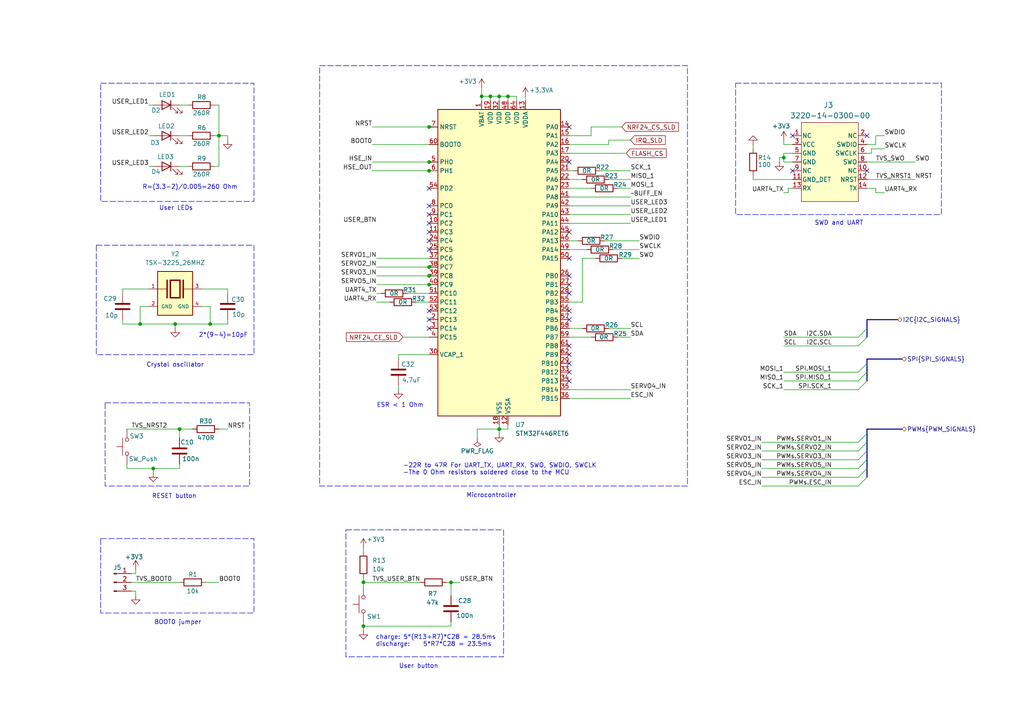
<source format=kicad_sch>
(kicad_sch (version 20250114) (generator "eeschema") (generator_version "9.0")
  (paper "A4")
  (lib_symbols
    (symbol "Connector:Conn_01x03_Pin" (pin_names (offset 1.016) (hide yes))
      (property "Reference" "J" (at 0 5.08 0))
      (property "Value" "Conn_01x03_Pin" (at 0 -5.08 0))
      (symbol "Conn_01x03_Pin_1_1"
        (rectangle (start 0.8636 2.667) (end 0 2.413) (stroke (width 0.1524)) (fill (type outline)))
        (rectangle (start 0.8636 0.127) (end 0 -0.127) (stroke (width 0.1524)) (fill (type outline)))
        (rectangle (start 0.8636 -2.413) (end 0 -2.667) (stroke (width 0.1524)) (fill (type outline)))
        (polyline (pts (xy 1.27 2.54) (xy 0.8636 2.54)) (stroke (width 0.1524)))
        (polyline (pts (xy 1.27 0) (xy 0.8636 0)) (stroke (width 0.1524)))
        (polyline (pts (xy 1.27 -2.54) (xy 0.8636 -2.54)) (stroke (width 0.1524)))
        (pin passive line (at 5.08 2.54 180) (length 3.81) (name "Pin_1") (number "1"))
        (pin passive line (at 5.08 0 180) (length 3.81) (name "Pin_2") (number "2"))
        (pin passive line (at 5.08 -2.54 180) (length 3.81) (name "Pin_3") (number "3"))
      )
    )
    (symbol "Device:C" (pin_numbers (hide yes)) (pin_names (offset 0.254))
      (property "Reference" "C" (at 0.635 2.54 0))
      (property "Value" "C" (at 0.635 -2.54 0))
      (symbol "C_0_1"
        (polyline (pts (xy -2.032 0.762) (xy 2.032 0.762)) (stroke (width 0.508)))
        (polyline (pts (xy -2.032 -0.762) (xy 2.032 -0.762)) (stroke (width 0.508)))
      )
      (symbol "C_1_1"
        (pin passive line (at 0 3.81 270) (length 2.794) (name "~") (number "1"))
        (pin passive line (at 0 -3.81 90) (length 2.794) (name "~") (number "2"))
      )
    )
    (symbol "Device:LED" (pin_numbers (hide yes)) (pin_names (offset 1.016) (hide yes))
      (property "Reference" "D" (at 0 2.54 0))
      (property "Value" "LED" (at 0 -2.54 0))
      (symbol "LED_0_1"
        (polyline (pts (xy -3.048 -0.762) (xy -4.572 -2.286) (xy -3.81 -2.286) (xy -4.572 -2.286) (xy -4.572 -1.524)))
        (polyline (pts (xy -1.778 -0.762) (xy -3.302 -2.286) (xy -2.54 -2.286) (xy -3.302 -2.286) (xy -3.302 -1.524)))
        (polyline (pts (xy -1.27 0) (xy 1.27 0)))
        (polyline (pts (xy -1.27 -1.27) (xy -1.27 1.27)) (stroke (width 0.254)))
        (polyline (pts (xy 1.27 -1.27) (xy 1.27 1.27) (xy -1.27 0) (xy 1.27 -1.27)) (stroke (width 0.254)))
      )
      (symbol "LED_1_1"
        (pin passive line (at -3.81 0 0) (length 2.54) (name "K") (number "1"))
        (pin passive line (at 3.81 0 180) (length 2.54) (name "A") (number "2"))
      )
    )
    (symbol "Device:R" (pin_numbers (hide yes)) (pin_names (offset 0))
      (property "Reference" "R" (at 2.032 0 90))
      (property "Value" "R" (at 0 0 90))
      (symbol "R_0_1"
        (rectangle (start -1.016 -2.54) (end 1.016 2.54) (stroke (width 0.254)))
      )
      (symbol "R_1_1"
        (pin passive line (at 0 3.81 270) (length 1.27) (name "~") (number "1"))
        (pin passive line (at 0 -3.81 90) (length 1.27) (name "~") (number "2"))
      )
    )
    (symbol "Switch:SW_Push" (pin_numbers (hide yes)) (pin_names (offset 1.016) (hide yes))
      (property "Reference" "SW" (at 1.27 2.54 0))
      (property "Value" "SW_Push" (at 0 -1.524 0))
      (symbol "SW_Push_0_1"
        (circle (center -2.032 0) (radius 0.508))
        (polyline (pts (xy 0 1.27) (xy 0 3.048)))
        (circle (center 2.032 0) (radius 0.508))
        (polyline (pts (xy 2.54 1.27) (xy -2.54 1.27)))
        (pin passive line (at -5.08 0 0) (length 2.54) (name "1") (number "1"))
        (pin passive line (at 5.08 0 180) (length 2.54) (name "2") (number "2"))
      )
    )
    (symbol "gambos-symbols:3220-14-0300-00" (pin_names (offset 0.254))
      (property "Reference" "J" (at 8.89 6.35 0))
      (property "Value" "3220-14-0300-00" (at 13.462 -21.336 0))
      (symbol "3220-14-0300-00_1_1"
        (rectangle (start 5.08 3.81) (end 21.59 -19.05) (fill (type color) (color 254 255 201 1)))
        (pin unspecified line (at 2.54 0 0) (length 2.54) (name "NC") (number "1"))
        (pin unspecified line (at 2.54 -2.54 0) (length 2.54) (name "VCC") (number "3"))
        (pin unspecified line (at 2.54 -5.08 0) (length 2.54) (name "GND") (number "5"))
        (pin unspecified line (at 2.54 -7.62 0) (length 2.54) (name "GND") (number "7"))
        (pin unspecified line (at 2.54 -10.16 0) (length 2.54) (name "NC") (number "9"))
        (pin unspecified line (at 2.54 -12.7 0) (length 2.54) (name "GND_DET") (number "11"))
        (pin unspecified line (at 2.54 -15.24 0) (length 2.54) (name "RX") (number "13"))
        (pin unspecified line (at 24.13 0 180) (length 2.54) (name "NC") (number "2"))
        (pin unspecified line (at 24.13 -2.54 180) (length 2.54) (name "SWDIO") (number "4"))
        (pin unspecified line (at 24.13 -5.08 180) (length 2.54) (name "SWCLK") (number "6"))
        (pin unspecified line (at 24.13 -7.62 180) (length 2.54) (name "SWO") (number "8"))
        (pin unspecified line (at 24.13 -10.16 180) (length 2.54) (name "NC") (number "10"))
        (pin unspecified line (at 24.13 -12.7 180) (length 2.54) (name "NRST") (number "12"))
        (pin unspecified line (at 24.13 -15.24 180) (length 2.54) (name "TX") (number "14"))
      )
      (symbol "3220-14-0300-00_1_2"
        (polyline (pts (xy 5.08 2.54) (xy 5.08 -35.56)) (stroke (width 0.127)))
        (polyline (pts (xy 5.08 -35.56) (xy 12.7 -35.56)) (stroke (width 0.127)))
        (polyline (pts (xy 7.62 0) (xy 5.08 0)) (stroke (width 0.127)))
        (polyline (pts (xy 7.62 0) (xy 8.89 0.8467)) (stroke (width 0.127)))
        (polyline (pts (xy 7.62 0) (xy 8.89 -0.8467)) (stroke (width 0.127)))
        (polyline (pts (xy 7.62 -2.54) (xy 5.08 -2.54)) (stroke (width 0.127)))
        (polyline (pts (xy 7.62 -2.54) (xy 8.89 -1.6933)) (stroke (width 0.127)))
        (polyline (pts (xy 7.62 -2.54) (xy 8.89 -3.3867)) (stroke (width 0.127)))
        (polyline (pts (xy 7.62 -5.08) (xy 5.08 -5.08)) (stroke (width 0.127)))
        (polyline (pts (xy 7.62 -5.08) (xy 8.89 -4.2333)) (stroke (width 0.127)))
        (polyline (pts (xy 7.62 -5.08) (xy 8.89 -5.9267)) (stroke (width 0.127)))
        (polyline (pts (xy 7.62 -7.62) (xy 5.08 -7.62)) (stroke (width 0.127)))
        (polyline (pts (xy 7.62 -7.62) (xy 8.89 -6.7733)) (stroke (width 0.127)))
        (polyline (pts (xy 7.62 -7.62) (xy 8.89 -8.4667)) (stroke (width 0.127)))
        (polyline (pts (xy 7.62 -10.16) (xy 5.08 -10.16)) (stroke (width 0.127)))
        (polyline (pts (xy 7.62 -10.16) (xy 8.89 -9.3133)) (stroke (width 0.127)))
        (polyline (pts (xy 7.62 -10.16) (xy 8.89 -11.0067)) (stroke (width 0.127)))
        (polyline (pts (xy 7.62 -12.7) (xy 5.08 -12.7)) (stroke (width 0.127)))
        (polyline (pts (xy 7.62 -12.7) (xy 8.89 -11.8533)) (stroke (width 0.127)))
        (polyline (pts (xy 7.62 -12.7) (xy 8.89 -13.5467)) (stroke (width 0.127)))
        (polyline (pts (xy 7.62 -15.24) (xy 5.08 -15.24)) (stroke (width 0.127)))
        (polyline (pts (xy 7.62 -15.24) (xy 8.89 -14.3933)) (stroke (width 0.127)))
        (polyline (pts (xy 7.62 -15.24) (xy 8.89 -16.0867)) (stroke (width 0.127)))
        (polyline (pts (xy 7.62 -17.78) (xy 5.08 -17.78)) (stroke (width 0.127)))
        (polyline (pts (xy 7.62 -17.78) (xy 8.89 -16.9333)) (stroke (width 0.127)))
        (polyline (pts (xy 7.62 -17.78) (xy 8.89 -18.6267)) (stroke (width 0.127)))
        (polyline (pts (xy 7.62 -20.32) (xy 5.08 -20.32)) (stroke (width 0.127)))
        (polyline (pts (xy 7.62 -20.32) (xy 8.89 -19.4733)) (stroke (width 0.127)))
        (polyline (pts (xy 7.62 -20.32) (xy 8.89 -21.1667)) (stroke (width 0.127)))
        (polyline (pts (xy 7.62 -22.86) (xy 5.08 -22.86)) (stroke (width 0.127)))
        (polyline (pts (xy 7.62 -22.86) (xy 8.89 -22.0133)) (stroke (width 0.127)))
        (polyline (pts (xy 7.62 -22.86) (xy 8.89 -23.7067)) (stroke (width 0.127)))
        (polyline (pts (xy 7.62 -25.4) (xy 5.08 -25.4)) (stroke (width 0.127)))
        (polyline (pts (xy 7.62 -25.4) (xy 8.89 -24.5533)) (stroke (width 0.127)))
        (polyline (pts (xy 7.62 -25.4) (xy 8.89 -26.2467)) (stroke (width 0.127)))
        (polyline (pts (xy 7.62 -27.94) (xy 5.08 -27.94)) (stroke (width 0.127)))
        (polyline (pts (xy 7.62 -27.94) (xy 8.89 -27.0933)) (stroke (width 0.127)))
        (polyline (pts (xy 7.62 -27.94) (xy 8.89 -28.7867)) (stroke (width 0.127)))
        (polyline (pts (xy 7.62 -30.48) (xy 5.08 -30.48)) (stroke (width 0.127)))
        (polyline (pts (xy 7.62 -30.48) (xy 8.89 -29.6333)) (stroke (width 0.127)))
        (polyline (pts (xy 7.62 -30.48) (xy 8.89 -31.3267)) (stroke (width 0.127)))
        (polyline (pts (xy 7.62 -33.02) (xy 5.08 -33.02)) (stroke (width 0.127)))
        (polyline (pts (xy 7.62 -33.02) (xy 8.89 -32.1733)) (stroke (width 0.127)))
        (polyline (pts (xy 7.62 -33.02) (xy 8.89 -33.8667)) (stroke (width 0.127)))
        (polyline (pts (xy 12.7 2.54) (xy 5.08 2.54)) (stroke (width 0.127)))
        (polyline (pts (xy 12.7 -35.56) (xy 12.7 2.54)) (stroke (width 0.127)))
        (pin unspecified line (at 0 0 0) (length 5.08) (name "1") (number "1"))
        (pin unspecified line (at 0 -2.54 0) (length 5.08) (name "2") (number "2"))
        (pin unspecified line (at 0 -5.08 0) (length 5.08) (name "3") (number "3"))
        (pin unspecified line (at 0 -7.62 0) (length 5.08) (name "4") (number "4"))
        (pin unspecified line (at 0 -10.16 0) (length 5.08) (name "5") (number "5"))
        (pin unspecified line (at 0 -12.7 0) (length 5.08) (name "6") (number "6"))
        (pin unspecified line (at 0 -15.24 0) (length 5.08) (name "7") (number "7"))
        (pin unspecified line (at 0 -17.78 0) (length 5.08) (name "8") (number "8"))
        (pin unspecified line (at 0 -20.32 0) (length 5.08) (name "9") (number "9"))
        (pin unspecified line (at 0 -22.86 0) (length 5.08) (name "10") (number "10"))
        (pin unspecified line (at 0 -25.4 0) (length 5.08) (name "11") (number "11"))
        (pin unspecified line (at 0 -27.94 0) (length 5.08) (name "12") (number "12"))
        (pin unspecified line (at 0 -30.48 0) (length 5.08) (name "13") (number "13"))
        (pin unspecified line (at 0 -33.02 0) (length 5.08) (name "14") (number "14"))
      )
    )
    (symbol "gambos-symbols:STM32F446RET6"
      (property "Reference" "U" (at -17.78 46.99 0))
      (property "Value" "STM32F446RET6" (at 10.16 46.99 0))
      (symbol "STM32F446RET6_0_1"
        (rectangle (start -17.78 45.72) (end 17.78 -43.18) (stroke (width 0.254)) (fill (type background)))
      )
      (symbol "STM32F446RET6_1_1"
        (pin input line (at -20.32 40.64 0) (length 2.54) (name "NRST") (number "7"))
        (pin input line (at -20.32 35.56 0) (length 2.54) (name "BOOT0") (number "60"))
        (pin bidirectional line (at -20.32 30.48 0) (length 2.54) (name "PH0") (number "5"))
        (pin bidirectional line (at -20.32 27.94 0) (length 2.54) (name "PH1") (number "6"))
        (pin bidirectional line (at -20.32 22.86 0) (length 2.54) (name "PD2") (number "54"))
        (pin bidirectional line (at -20.32 17.78 0) (length 2.54) (name "PC0") (number "8"))
        (pin bidirectional line (at -20.32 15.24 0) (length 2.54) (name "PC1") (number "9"))
        (pin bidirectional line (at -20.32 12.7 0) (length 2.54) (name "PC2") (number "10"))
        (pin bidirectional line (at -20.32 10.16 0) (length 2.54) (name "PC3") (number "11"))
        (pin bidirectional line (at -20.32 7.62 0) (length 2.54) (name "PC4") (number "24"))
        (pin bidirectional line (at -20.32 5.08 0) (length 2.54) (name "PC5") (number "25"))
        (pin bidirectional line (at -20.32 2.54 0) (length 2.54) (name "PC6") (number "37"))
        (pin bidirectional line (at -20.32 0 0) (length 2.54) (name "PC7") (number "38"))
        (pin bidirectional line (at -20.32 -2.54 0) (length 2.54) (name "PC8") (number "39"))
        (pin bidirectional line (at -20.32 -5.08 0) (length 2.54) (name "PC9") (number "40"))
        (pin bidirectional line (at -20.32 -7.62 0) (length 2.54) (name "PC10") (number "51"))
        (pin bidirectional line (at -20.32 -10.16 0) (length 2.54) (name "PC11") (number "52"))
        (pin bidirectional line (at -20.32 -12.7 0) (length 2.54) (name "PC12") (number "53"))
        (pin bidirectional line (at -20.32 -15.24 0) (length 2.54) (name "PC13") (number "2"))
        (pin bidirectional line (at -20.32 -17.78 0) (length 2.54) (name "PC14") (number "3"))
        (pin bidirectional line (at -20.32 -20.32 0) (length 2.54) (name "PC15") (number "4"))
        (pin power_out line (at -20.32 -25.4 0) (length 2.54) (name "VCAP_1") (number "30"))
        (pin power_in line (at -5.08 48.26 270) (length 2.54) (name "VBAT") (number "1"))
        (pin power_in line (at -2.54 48.26 270) (length 2.54) (name "VDD") (number "19"))
        (pin power_in line (at 0 48.26 270) (length 2.54) (name "VDD") (number "32"))
        (pin power_in line (at 0 -45.72 90) (length 2.54) (name "VSS") (number "18"))
        (pin passive line (at 0 -45.72 90) (length 2.54) (hide yes) (name "VSS") (number "31"))
        (pin passive line (at 0 -45.72 90) (length 2.54) (hide yes) (name "VSS") (number "47"))
        (pin passive line (at 0 -45.72 90) (length 2.54) (hide yes) (name "VSS") (number "63"))
        (pin power_in line (at 2.54 48.26 270) (length 2.54) (name "VDD") (number "48"))
        (pin power_in line (at 2.54 -45.72 90) (length 2.54) (name "VSSA") (number "12"))
        (pin power_in line (at 5.08 48.26 270) (length 2.54) (name "VDD") (number "64"))
        (pin power_in line (at 7.62 48.26 270) (length 2.54) (name "VDDA") (number "13"))
        (pin bidirectional line (at 20.32 40.64 180) (length 2.54) (name "PA0") (number "14"))
        (pin bidirectional line (at 20.32 38.1 180) (length 2.54) (name "PA1") (number "15"))
        (pin bidirectional line (at 20.32 35.56 180) (length 2.54) (name "PA2") (number "16"))
        (pin bidirectional line (at 20.32 33.02 180) (length 2.54) (name "PA3") (number "17"))
        (pin bidirectional line (at 20.32 30.48 180) (length 2.54) (name "PA4") (number "20"))
        (pin bidirectional line (at 20.32 27.94 180) (length 2.54) (name "PA5") (number "21"))
        (pin bidirectional line (at 20.32 25.4 180) (length 2.54) (name "PA6") (number "22"))
        (pin bidirectional line (at 20.32 22.86 180) (length 2.54) (name "PA7") (number "23"))
        (pin bidirectional line (at 20.32 20.32 180) (length 2.54) (name "PA8") (number "41"))
        (pin bidirectional line (at 20.32 17.78 180) (length 2.54) (name "PA9") (number "42"))
        (pin bidirectional line (at 20.32 15.24 180) (length 2.54) (name "PA10") (number "43"))
        (pin bidirectional line (at 20.32 12.7 180) (length 2.54) (name "PA11") (number "44"))
        (pin bidirectional line (at 20.32 10.16 180) (length 2.54) (name "PA12") (number "45"))
        (pin bidirectional line (at 20.32 7.62 180) (length 2.54) (name "PA13") (number "46"))
        (pin bidirectional line (at 20.32 5.08 180) (length 2.54) (name "PA14") (number "49"))
        (pin bidirectional line (at 20.32 2.54 180) (length 2.54) (name "PA15") (number "50"))
        (pin bidirectional line (at 20.32 -2.54 180) (length 2.54) (name "PB0") (number "26"))
        (pin bidirectional line (at 20.32 -5.08 180) (length 2.54) (name "PB1") (number "27"))
        (pin bidirectional line (at 20.32 -7.62 180) (length 2.54) (name "PB2") (number "28"))
        (pin bidirectional line (at 20.32 -10.16 180) (length 2.54) (name "PB3") (number "55"))
        (pin bidirectional line (at 20.32 -12.7 180) (length 2.54) (name "PB4") (number "56"))
        (pin bidirectional line (at 20.32 -15.24 180) (length 2.54) (name "PB5") (number "57"))
        (pin bidirectional line (at 20.32 -17.78 180) (length 2.54) (name "PB6") (number "58"))
        (pin bidirectional line (at 20.32 -20.32 180) (length 2.54) (name "PB7") (number "59"))
        (pin bidirectional line (at 20.32 -22.86 180) (length 2.54) (name "PB8") (number "61"))
        (pin bidirectional line (at 20.32 -25.4 180) (length 2.54) (name "PB9") (number "62"))
        (pin bidirectional line (at 20.32 -27.94 180) (length 2.54) (name "PB10") (number "29"))
        (pin bidirectional line (at 20.32 -30.48 180) (length 2.54) (name "PB12") (number "33"))
        (pin bidirectional line (at 20.32 -33.02 180) (length 2.54) (name "PB13") (number "34"))
        (pin bidirectional line (at 20.32 -35.56 180) (length 2.54) (name "PB14") (number "35"))
        (pin bidirectional line (at 20.32 -38.1 180) (length 2.54) (name "PB15") (number "36"))
      )
    )
    (symbol "gambos-symbols:TSX-3225_26.0000MF09Z-AC0" (pin_names (offset 1.016))
      (property "Reference" "Y" (at -5.0878 6.3559 0))
      (property "Value" "TSX-3225_26MHZ" (at -5.0944 -10.16 0))
      (symbol "TSX-3225_26.0000MF09Z-AC0_0_0"
        (rectangle (start -5.08 5.08) (end 5.08 -7.62) (stroke (width 0.254)) (fill (type background)))
        (polyline (pts (xy -5.08 0) (xy -2.54 0)) (stroke (width 0.1524)))
        (polyline (pts (xy -2.3368 2.54) (xy -2.3368 -2.54)) (stroke (width 0.4064)))
        (polyline (pts (xy -1.397 2.54) (xy -1.397 -2.54)) (stroke (width 0.4064)))
        (polyline (pts (xy -1.397 2.54) (xy 1.397 2.54)) (stroke (width 0.4064)))
        (polyline (pts (xy 1.397 2.54) (xy 1.397 -2.54)) (stroke (width 0.4064)))
        (polyline (pts (xy 1.397 -2.54) (xy -1.397 -2.54)) (stroke (width 0.4064)))
        (polyline (pts (xy 2.3368 2.54) (xy 2.3368 -2.54)) (stroke (width 0.4064)))
        (polyline (pts (xy 2.54 0) (xy 5.08 0)) (stroke (width 0.1524)))
        (pin passive line (at -7.62 0 0) (length 2.54) (name "~") (number "1"))
        (pin passive line (at 7.62 0 180) (length 2.54) (name "~") (number "3"))
      )
      (symbol "TSX-3225_26.0000MF09Z-AC0_1_0"
        (pin power_in line (at -7.62 -5.08 0) (length 2.54) (name "GND") (number "2"))
        (pin power_in line (at 7.62 -5.08 180) (length 2.54) (name "GND") (number "4"))
      )
    )
    (symbol "power:+3.3VA" (power) (pin_numbers (hide yes)) (pin_names (offset 0) (hide yes))
      (property "Value" "+3.3VA" (at 0 3.556 0))
      (symbol "+3.3VA_0_1"
        (polyline (pts (xy -0.762 1.27) (xy 0 2.54)))
        (polyline (pts (xy 0 2.54) (xy 0.762 1.27)))
        (polyline (pts (xy 0 0) (xy 0 2.54)))
      )
      (symbol "+3.3VA_1_1"
        (pin power_in line (at 0 0 90) (length 0) (name "~") (number "1"))
      )
    )
    (symbol "power:+3V3" (power) (pin_numbers (hide yes)) (pin_names (offset 0) (hide yes))
      (property "Value" "+3V3" (at 0 3.556 0))
      (symbol "+3V3_0_1"
        (polyline (pts (xy -0.762 1.27) (xy 0 2.54)))
        (polyline (pts (xy 0 2.54) (xy 0.762 1.27)))
        (polyline (pts (xy 0 0) (xy 0 2.54)))
      )
      (symbol "+3V3_1_1"
        (pin power_in line (at 0 0 90) (length 0) (name "~") (number "1"))
      )
    )
    (symbol "power:GND" (power) (pin_numbers (hide yes)) (pin_names (offset 0) (hide yes))
      (property "Value" "GND" (at 0 -3.81 0))
      (symbol "GND_0_1"
        (polyline (pts (xy 0 0) (xy 0 -1.27) (xy 1.27 -1.27) (xy 0 -2.54) (xy -1.27 -1.27) (xy 0 -1.27)))
      )
      (symbol "GND_1_1"
        (pin power_in line (at 0 0 270) (length 0) (name "~") (number "1"))
      )
    )
    (symbol "power:PWR_FLAG" (power) (pin_numbers (hide yes)) (pin_names (offset 0) (hide yes))
      (property "Value" "PWR_FLAG" (at 0 3.81 0))
      (symbol "PWR_FLAG_0_0"
        (pin power_out line (at 0 0 90) (length 0) (name "~") (number "1"))
      )
      (symbol "PWR_FLAG_0_1"
        (polyline (pts (xy 0 0) (xy 0 1.27) (xy -1.016 1.905) (xy 0 2.54) (xy 1.016 1.905) (xy 0 1.27)))
      )
    )
  )
  (rectangle (start 100.33 153.67) (end 146.05 190.5) (stroke (width 0) (type dash)))
  (rectangle (start 29.21 156.21) (end 73.66 177.8) (stroke (width 0) (type dash)))
  (rectangle (start 213.36 24.13) (end 273.05 62.23) (stroke (width 0) (type dash)))
  (rectangle (start 92.71 19.05) (end 199.39 140.97) (stroke (width 0) (type dash)))
  (rectangle (start 29.21 24.13) (end 73.66 58.42) (stroke (width 0) (type dash)))
  (rectangle (start 30.48 116.84) (end 72.39 140.97) (stroke (width 0) (type dash)))
  (rectangle (start 27.94 71.12) (end 73.66 102.87) (stroke (width 0) (type dash)))
  (text "2*(9-4)=10pF" (at 64.77 97.282 0) (effects (font (size 1.27 1.27))))
  (text "-22R to 47R For UART_TX, UART_RX, SWO, SWDIO, SWCLK\n-The 0 Ohm resistors soldered close to the MCU" (at 116.84 136.144 0) (effects (font (size 1.27 1.27) (thickness 0.1588)) (justify left)))
  (text "R=(3.3-2)/0.005=260 Ohm\n" (at 55.118 54.356 0) (effects (font (size 1.27 1.27))))
  (text "User LEDs" (at 51.054 60.452 0) (effects (font (size 1.27 1.27))))
  (text "charge: 5*(R13+R7)*C28 = 28.5ms\ndischarge:    5*R7*C28 = 23.5ms" (at 108.966 185.928 0) (effects (font (size 1.27 1.27)) (justify left)))
  (text "ESR < 1 Ohm" (at 116.078 117.602 0) (effects (font (size 1.27 1.27))))
  (text "SWD and UART" (at 243.332 64.77 0) (effects (font (size 1.27 1.27) (thickness 0.1588))))
  (text "Crystal oscillator" (at 50.8 105.918 0) (effects (font (size 1.27 1.27) (thickness 0.1588))))
  (text "BOOT0 jumper" (at 51.562 180.594 0) (effects (font (size 1.27 1.27))))
  (text "User button" (at 121.412 193.294 0) (effects (font (size 1.27 1.27))))
  (text "RESET button" (at 50.546 144.018 0) (effects (font (size 1.27 1.27))))
  (text "Microcontroller\n" (at 142.494 143.764 0) (effects (font (size 1.27 1.27) (thickness 0.1588))))
  (junction (at 227.33 45.72))
  (junction (at 130.81 168.91))
  (junction (at 124.46 77.47))
  (junction (at 139.7 27.94))
  (junction (at 124.46 49.53))
  (junction (at 60.96 93.98))
  (junction (at 44.45 135.89))
  (junction (at 124.46 82.55))
  (junction (at 142.24 27.94))
  (junction (at 124.46 36.83))
  (junction (at 147.32 27.94))
  (junction (at 105.41 168.91))
  (junction (at 52.07 124.46))
  (junction (at 144.78 124.46))
  (junction (at 144.78 27.94))
  (junction (at 105.41 181.61))
  (junction (at 40.64 93.98))
  (junction (at 50.8 93.98))
  (junction (at 124.46 80.01))
  (junction (at 124.46 46.99))
  (junction (at 63.5 39.37))
  (no_connect (at 124.46 90.17))
  (no_connect (at 165.1 92.71))
  (no_connect (at 124.46 64.77))
  (no_connect (at 251.46 49.53))
  (no_connect (at 124.46 54.61))
  (no_connect (at 165.1 85.09))
  (no_connect (at 124.46 95.25))
  (no_connect (at 165.1 67.31))
  (no_connect (at 165.1 100.33))
  (no_connect (at 251.46 39.37))
  (no_connect (at 124.46 69.85))
  (no_connect (at 165.1 80.01))
  (no_connect (at 124.46 72.39))
  (no_connect (at 165.1 102.87))
  (no_connect (at 165.1 107.95))
  (no_connect (at 165.1 105.41))
  (no_connect (at 124.46 92.71))
  (no_connect (at 124.46 62.23))
  (no_connect (at 229.87 39.37))
  (no_connect (at 124.46 67.31))
  (no_connect (at 165.1 110.49))
  (no_connect (at 165.1 82.55))
  (no_connect (at 165.1 90.17))
  (no_connect (at 124.46 59.69))
  (no_connect (at 229.87 49.53))
  (no_connect (at 165.1 46.99))
  (no_connect (at 165.1 74.93))
  (no_connect (at 165.1 36.83))
  (bus_entry (at 248.92 138.43) (size 2.54 -2.54))
  (bus_entry (at 248.92 97.79) (size 2.54 -2.54))
  (bus_entry (at 248.92 128.27) (size 2.54 -2.54))
  (bus_entry (at 248.92 110.49) (size 2.54 -2.54))
  (bus_entry (at 248.92 140.97) (size 2.54 -2.54))
  (bus_entry (at 248.92 135.89) (size 2.54 -2.54))
  (bus_entry (at 248.92 130.81) (size 2.54 -2.54))
  (bus_entry (at 248.92 133.35) (size 2.54 -2.54))
  (bus_entry (at 248.92 113.03) (size 2.54 -2.54))
  (bus_entry (at 248.92 107.95) (size 2.54 -2.54))
  (bus_entry (at 248.92 100.33) (size 2.54 -2.54))
  (wire (pts (xy 227.33 41.91) (xy 229.87 41.91)))
  (wire (pts (xy 109.22 85.09) (xy 110.49 85.09)))
  (wire (pts (xy 63.5 30.48) (xy 63.5 39.37)))
  (bus (pts (xy 251.46 124.46) (xy 251.46 125.73)))
  (wire (pts (xy 129.54 168.91) (xy 130.81 168.91)))
  (wire (pts (xy 35.56 92.71) (xy 35.56 93.98)))
  (wire (pts (xy 125.73 80.01) (xy 124.46 80.01)))
  (wire (pts (xy 130.81 168.91) (xy 130.81 172.72)))
  (wire (pts (xy 107.95 49.53) (xy 124.46 49.53)))
  (wire (pts (xy 115.57 111.76) (xy 115.57 113.03)))
  (wire (pts (xy 180.34 74.93) (xy 185.42 74.93)))
  (wire (pts (xy 227.33 55.88) (xy 228.6 55.88)))
  (wire (pts (xy 171.45 39.37) (xy 165.1 39.37)))
  (wire (pts (xy 125.73 46.99) (xy 124.46 46.99)))
  (bus (pts (xy 251.46 130.81) (xy 251.46 133.35)))
  (wire (pts (xy 165.1 64.77) (xy 182.88 64.77)))
  (wire (pts (xy 109.22 82.55) (xy 124.46 82.55)))
  (wire (pts (xy 152.4 27.94) (xy 152.4 29.21)))
  (wire (pts (xy 218.44 41.91) (xy 218.44 43.18)))
  (wire (pts (xy 173.99 49.53) (xy 182.88 49.53)))
  (wire (pts (xy 44.45 30.48) (xy 43.18 30.48)))
  (wire (pts (xy 176.53 52.07) (xy 182.88 52.07)))
  (wire (pts (xy 60.96 88.9) (xy 58.42 88.9)))
  (wire (pts (xy 176.53 95.25) (xy 182.88 95.25)))
  (wire (pts (xy 50.8 93.98) (xy 60.96 93.98)))
  (wire (pts (xy 54.61 48.26) (xy 52.07 48.26)))
  (wire (pts (xy 35.56 85.09) (xy 35.56 83.82)))
  (wire (pts (xy 125.73 49.53) (xy 124.46 49.53)))
  (wire (pts (xy 125.73 77.47) (xy 124.46 77.47)))
  (wire (pts (xy 226.06 46.99) (xy 226.06 45.72)))
  (wire (pts (xy 105.41 158.75) (xy 105.41 160.02)))
  (wire (pts (xy 109.22 80.01) (xy 124.46 80.01)))
  (bus (pts (xy 251.46 97.79) (xy 251.46 95.25)))
  (wire (pts (xy 227.33 44.45) (xy 229.87 44.45)))
  (wire (pts (xy 50.8 93.98) (xy 50.8 95.25)))
  (wire (pts (xy 179.07 97.79) (xy 182.88 97.79)))
  (wire (pts (xy 44.45 135.89) (xy 44.45 137.16)))
  (wire (pts (xy 227.33 113.03) (xy 248.92 113.03)))
  (bus (pts (xy 251.46 124.46) (xy 261.62 124.46)))
  (wire (pts (xy 175.26 69.85) (xy 185.42 69.85)))
  (wire (pts (xy 227.33 107.95) (xy 248.92 107.95)))
  (wire (pts (xy 254 39.37) (xy 254 41.91)))
  (wire (pts (xy 144.78 124.46) (xy 147.32 124.46)))
  (wire (pts (xy 165.1 115.57) (xy 182.88 115.57)))
  (wire (pts (xy 66.04 92.71) (xy 66.04 93.98)))
  (wire (pts (xy 116.84 97.79) (xy 124.46 97.79)))
  (wire (pts (xy 66.04 83.82) (xy 66.04 85.09)))
  (wire (pts (xy 254 39.37) (xy 256.54 39.37)))
  (wire (pts (xy 165.1 52.07) (xy 168.91 52.07)))
  (wire (pts (xy 254 41.91) (xy 251.46 41.91)))
  (wire (pts (xy 147.32 123.19) (xy 147.32 124.46)))
  (wire (pts (xy 176.53 40.64) (xy 182.88 40.64)))
  (wire (pts (xy 220.98 133.35) (xy 248.92 133.35)))
  (wire (pts (xy 165.1 59.69) (xy 182.88 59.69)))
  (wire (pts (xy 35.56 83.82) (xy 43.18 83.82)))
  (wire (pts (xy 147.32 27.94) (xy 147.32 29.21)))
  (wire (pts (xy 60.96 93.98) (xy 66.04 93.98)))
  (wire (pts (xy 115.57 102.87) (xy 115.57 104.14)))
  (wire (pts (xy 228.6 55.88) (xy 228.6 54.61)))
  (wire (pts (xy 142.24 27.94) (xy 144.78 27.94)))
  (bus (pts (xy 251.46 128.27) (xy 251.46 130.81)))
  (wire (pts (xy 227.33 46.99) (xy 227.33 45.72)))
  (wire (pts (xy 226.06 45.72) (xy 227.33 45.72)))
  (bus (pts (xy 251.46 92.71) (xy 260.35 92.71)))
  (wire (pts (xy 139.7 25.4) (xy 139.7 27.94)))
  (wire (pts (xy 165.1 72.39) (xy 170.18 72.39)))
  (wire (pts (xy 144.78 27.94) (xy 147.32 27.94)))
  (wire (pts (xy 220.98 128.27) (xy 248.92 128.27)))
  (wire (pts (xy 130.81 181.61) (xy 130.81 180.34)))
  (wire (pts (xy 124.46 102.87) (xy 115.57 102.87)))
  (wire (pts (xy 220.98 135.89) (xy 248.92 135.89)))
  (wire (pts (xy 165.1 44.45) (xy 181.61 44.45)))
  (bus (pts (xy 251.46 138.43) (xy 251.46 135.89)))
  (wire (pts (xy 125.73 36.83) (xy 124.46 36.83)))
  (wire (pts (xy 109.22 87.63) (xy 113.03 87.63)))
  (wire (pts (xy 105.41 181.61) (xy 130.81 181.61)))
  (wire (pts (xy 220.98 140.97) (xy 248.92 140.97)))
  (wire (pts (xy 109.22 74.93) (xy 124.46 74.93)))
  (bus (pts (xy 251.46 104.14) (xy 261.62 104.14)))
  (wire (pts (xy 165.1 62.23) (xy 182.88 62.23)))
  (bus (pts (xy 251.46 95.25) (xy 251.46 92.71)))
  (wire (pts (xy 44.45 135.89) (xy 52.07 135.89)))
  (wire (pts (xy 251.46 52.07) (xy 265.43 52.07)))
  (wire (pts (xy 251.46 46.99) (xy 265.43 46.99)))
  (wire (pts (xy 40.64 88.9) (xy 40.64 93.98)))
  (wire (pts (xy 168.91 74.93) (xy 172.72 74.93)))
  (wire (pts (xy 165.1 69.85) (xy 167.64 69.85)))
  (wire (pts (xy 227.33 40.64) (xy 227.33 41.91)))
  (wire (pts (xy 39.37 171.45) (xy 39.37 172.72)))
  (wire (pts (xy 54.61 30.48) (xy 52.07 30.48)))
  (wire (pts (xy 176.53 41.91) (xy 165.1 41.91)))
  (wire (pts (xy 43.18 88.9) (xy 40.64 88.9)))
  (wire (pts (xy 165.1 57.15) (xy 182.88 57.15)))
  (wire (pts (xy 252.73 43.18) (xy 256.54 43.18)))
  (wire (pts (xy 44.45 39.37) (xy 43.18 39.37)))
  (wire (pts (xy 125.73 82.55) (xy 124.46 82.55)))
  (wire (pts (xy 52.07 124.46) (xy 52.07 127)))
  (wire (pts (xy 176.53 40.64) (xy 176.53 41.91)))
  (wire (pts (xy 105.41 181.61) (xy 105.41 182.88)))
  (wire (pts (xy 165.1 49.53) (xy 166.37 49.53)))
  (wire (pts (xy 52.07 124.46) (xy 55.88 124.46)))
  (wire (pts (xy 171.45 36.83) (xy 171.45 39.37)))
  (wire (pts (xy 254 55.88) (xy 254 54.61)))
  (wire (pts (xy 227.33 100.33) (xy 248.92 100.33)))
  (wire (pts (xy 58.42 83.82) (xy 66.04 83.82)))
  (wire (pts (xy 228.6 54.61) (xy 229.87 54.61)))
  (wire (pts (xy 54.61 39.37) (xy 52.07 39.37)))
  (wire (pts (xy 105.41 167.64) (xy 105.41 168.91)))
  (wire (pts (xy 38.1 168.91) (xy 52.07 168.91)))
  (wire (pts (xy 254 55.88) (xy 256.54 55.88)))
  (wire (pts (xy 36.83 135.89) (xy 36.83 134.62)))
  (wire (pts (xy 168.91 87.63) (xy 165.1 87.63)))
  (wire (pts (xy 38.1 166.37) (xy 39.37 166.37)))
  (wire (pts (xy 252.73 44.45) (xy 251.46 44.45)))
  (wire (pts (xy 52.07 135.89) (xy 52.07 134.62)))
  (wire (pts (xy 40.64 93.98) (xy 50.8 93.98)))
  (wire (pts (xy 147.32 27.94) (xy 149.86 27.94)))
  (wire (pts (xy 171.45 97.79) (xy 165.1 97.79)))
  (wire (pts (xy 165.1 95.25) (xy 168.91 95.25)))
  (wire (pts (xy 107.95 41.91) (xy 124.46 41.91)))
  (wire (pts (xy 227.33 97.79) (xy 248.92 97.79)))
  (bus (pts (xy 251.46 133.35) (xy 251.46 135.89)))
  (wire (pts (xy 105.41 168.91) (xy 121.92 168.91)))
  (wire (pts (xy 218.44 52.07) (xy 229.87 52.07)))
  (wire (pts (xy 44.45 48.26) (xy 43.18 48.26)))
  (wire (pts (xy 120.65 87.63) (xy 124.46 87.63)))
  (wire (pts (xy 63.5 39.37) (xy 62.23 39.37)))
  (wire (pts (xy 252.73 43.18) (xy 252.73 44.45)))
  (wire (pts (xy 118.11 85.09) (xy 124.46 85.09)))
  (wire (pts (xy 63.5 124.46) (xy 66.04 124.46)))
  (wire (pts (xy 63.5 168.91) (xy 59.69 168.91)))
  (wire (pts (xy 139.7 27.94) (xy 142.24 27.94)))
  (wire (pts (xy 63.5 39.37) (xy 63.5 48.26)))
  (wire (pts (xy 165.1 113.03) (xy 182.88 113.03)))
  (wire (pts (xy 142.24 29.21) (xy 142.24 27.94)))
  (wire (pts (xy 138.43 124.46) (xy 144.78 124.46)))
  (wire (pts (xy 227.33 110.49) (xy 248.92 110.49)))
  (wire (pts (xy 39.37 166.37) (xy 39.37 165.1)))
  (wire (pts (xy 62.23 30.48) (xy 63.5 30.48)))
  (wire (pts (xy 130.81 168.91) (xy 133.35 168.91)))
  (wire (pts (xy 144.78 123.19) (xy 144.78 124.46)))
  (wire (pts (xy 62.23 48.26) (xy 63.5 48.26)))
  (wire (pts (xy 107.95 36.83) (xy 124.46 36.83)))
  (wire (pts (xy 168.91 74.93) (xy 168.91 87.63)))
  (wire (pts (xy 35.56 93.98) (xy 40.64 93.98)))
  (wire (pts (xy 105.41 180.34) (xy 105.41 181.61)))
  (wire (pts (xy 105.41 168.91) (xy 105.41 170.18)))
  (wire (pts (xy 220.98 138.43) (xy 248.92 138.43)))
  (wire (pts (xy 66.04 39.37) (xy 63.5 39.37)))
  (bus (pts (xy 251.46 125.73) (xy 251.46 128.27)))
  (wire (pts (xy 139.7 27.94) (xy 139.7 29.21)))
  (wire (pts (xy 149.86 27.94) (xy 149.86 29.21)))
  (wire (pts (xy 229.87 46.99) (xy 227.33 46.99)))
  (wire (pts (xy 66.04 39.37) (xy 66.04 40.64)))
  (wire (pts (xy 218.44 50.8) (xy 218.44 52.07)))
  (wire (pts (xy 165.1 54.61) (xy 171.45 54.61)))
  (wire (pts (xy 138.43 127) (xy 138.43 124.46)))
  (wire (pts (xy 179.07 54.61) (xy 182.88 54.61)))
  (wire (pts (xy 144.78 124.46) (xy 144.78 125.73)))
  (wire (pts (xy 36.83 135.89) (xy 44.45 135.89)))
  (bus (pts (xy 251.46 104.14) (xy 251.46 105.41)))
  (wire (pts (xy 109.22 77.47) (xy 124.46 77.47)))
  (wire (pts (xy 254 54.61) (xy 251.46 54.61)))
  (wire (pts (xy 38.1 171.45) (xy 39.37 171.45)))
  (wire (pts (xy 60.96 93.98) (xy 60.96 88.9)))
  (wire (pts (xy 177.8 72.39) (xy 185.42 72.39)))
  (bus (pts (xy 251.46 105.41) (xy 251.46 107.95)))
  (wire (pts (xy 171.45 36.83) (xy 180.34 36.83)))
  (bus (pts (xy 251.46 107.95) (xy 251.46 110.49)))
  (wire (pts (xy 36.83 124.46) (xy 52.07 124.46)))
  (wire (pts (xy 144.78 27.94) (xy 144.78 29.21)))
  (wire (pts (xy 107.95 46.99) (xy 124.46 46.99)))
  (wire (pts (xy 227.33 45.72) (xy 227.33 44.45)))
  (wire (pts (xy 220.98 130.81) (xy 248.92 130.81)))
  (label "MOSI_1" (at 227.33 107.95 180))
  (label "BOOT0" (at 63.5 168.91 0))
  (label "I2C.SCL" (at 241.3 100.33 180))
  (label "BOOT0" (at 107.95 41.91 180))
  (label "PWMs.SERVO5_IN" (at 241.3 135.89 180))
  (label "~BUFF_EN" (at 182.88 57.15 0))
  (label "SWO" (at 185.42 74.93 0))
  (label "TVS_NRST2" (at 38.1 124.46 0))
  (label "USER_LED2" (at 43.18 39.37 180))
  (label "USER_LED1" (at 43.18 30.48 180))
  (label "USER_LED2" (at 182.88 62.23 0))
  (label "PWMs.SERVO4_IN" (at 241.3 138.43 180))
  (label "SCL" (at 182.88 95.25 0))
  (label "PWMs.SERVO2_IN" (at 241.3 130.81 180))
  (label "MISO_1" (at 227.33 110.49 180))
  (label "SERVO4_IN" (at 220.98 138.43 180))
  (label "SERVO2_IN" (at 109.22 77.47 180))
  (label "SERVO5_IN" (at 109.22 82.55 180))
  (label "UART4_TX" (at 227.33 55.88 180))
  (label "SCL" (at 227.33 100.33 0))
  (label "USER_BTN" (at 133.35 168.91 0))
  (label "TVS_USER_BTN" (at 107.95 168.91 0))
  (label "SDA" (at 182.88 97.79 0))
  (label "SWCLK" (at 185.42 72.39 0))
  (label "HSE_OUT" (at 107.95 49.53 180))
  (label "MISO_1" (at 182.88 52.07 0))
  (label "SWDIO" (at 256.54 39.37 0))
  (label "ESC_IN" (at 220.98 140.97 180))
  (label "TVS_NRST1" (at 254 52.07 0))
  (label "SERVO3_IN" (at 109.22 80.01 180))
  (label "NRST" (at 107.95 36.83 180))
  (label "UART4_RX" (at 256.54 55.88 0))
  (label "HSE_IN" (at 107.95 46.99 180))
  (label "SERVO5_IN" (at 220.98 135.89 180))
  (label "NRST" (at 265.43 52.07 0))
  (label "I2C.SDA" (at 241.3 97.79 180))
  (label "SCK_1" (at 227.33 113.03 180))
  (label "SWCLK" (at 256.54 43.18 0))
  (label "SPI.SCK_1" (at 241.3 113.03 180))
  (label "SERVO1_IN" (at 220.98 128.27 180))
  (label "PWMs.SERVO3_IN" (at 241.3 133.35 180))
  (label "NRST" (at 66.04 124.46 0))
  (label "SERVO2_IN" (at 220.98 130.81 180))
  (label "USER_LED1" (at 182.88 64.77 0))
  (label "SCK_1" (at 182.88 49.53 0))
  (label "USER_LED3" (at 182.88 59.69 0))
  (label "UART4_TX" (at 109.22 85.09 180))
  (label "PWMs.SERVO1_IN" (at 241.3 128.27 180))
  (label "TVS_SWO" (at 254 46.99 0))
  (label "ESC_IN" (at 182.88 115.57 0))
  (label "USER_BTN" (at 109.22 64.77 180))
  (label "TVS_BOOT0" (at 39.37 168.91 0))
  (label "SWO" (at 265.43 46.99 0))
  (label "SWDIO" (at 185.42 69.85 0))
  (label "SPI.MISO_1" (at 241.3 110.49 180))
  (label "MOSI_1" (at 182.88 54.61 0))
  (label "SERVO4_IN" (at 182.88 113.03 0))
  (label "SPI.MOSI_1" (at 241.3 107.95 180))
  (label "UART4_RX" (at 109.22 87.63 180))
  (label "SDA" (at 227.33 97.79 0))
  (label "SERVO3_IN" (at 220.98 133.35 180))
  (label "USER_LED3" (at 43.18 48.26 180))
  (label "SERVO1_IN" (at 109.22 74.93 180))
  (label "PWMs.ESC_IN" (at 241.3 140.97 180))
  (global_label "NRF24_CS_SLD" (shape input) (at 180.34 36.83 0) (property "Intersheetrefs" "${INTERSHEET_REFS}" (effects (hide yes))))
  (global_label "IRQ_SLD" (shape input) (at 182.88 40.64 0) (property "Intersheetrefs" "${INTERSHEET_REFS}" (effects (hide yes))))
  (global_label "FLASH_CS" (shape input) (at 181.61 44.45 0) (property "Intersheetrefs" "${INTERSHEET_REFS}" (effects (hide yes))))
  (global_label "NRF24_CE_SLD" (shape input) (at 116.84 97.79 180) (property "Intersheetrefs" "${INTERSHEET_REFS}" (effects (hide yes))))
  (hierarchical_label "PWMs{PWM_SIGNALS}" (shape bidirectional) (at 261.62 124.46 0))
  (hierarchical_label "SPI{SPI_SIGNALS}" (shape bidirectional) (at 261.62 104.14 0))
  (hierarchical_label "I2C{I2C_SIGNALS}" (shape bidirectional) (at 260.35 92.71 0))
  (symbol (lib_id "power:GND") (at 44.45 137.16 0) (unit 1)
    (property "Reference" "#PWR07" (effects (hide yes)))
    (property "Value" "GND" (effects (hide yes)))
    (property "Description" "Power symbol creates a global label with name \"GND\" , ground" (effects (hide yes)))
  )
  (symbol (lib_id "Device:R") (at 175.26 54.61 90) (unit 1)
    (property "Reference" "R24" (at 179.832 53.594 90))
    (property "Value" "0R" (at 175.26 54.61 90))
    (property "Description" "Resistor" (effects (hide yes)))
  )
  (symbol (lib_id "gambos-symbols:STM32F446RET6") (at 144.78 77.47 0) (unit 1)
    (property "Reference" "U7" (at 149.4633 123.19 0) (effects (justify left)))
    (property "Value" "STM32F446RET6" (at 149.4633 125.73 0) (effects (justify left)))
    (property "Footprint" "gambos-pcb:QFP50P1200X1200X160-64N" (effects (hide yes)))
    (property "Datasheet" "https://www.st.com/resource/en/datasheet/stm32f446re.pdf" (effects (hide yes)))
    (property "Description" "STMicroelectronics Arm Cortex-M4 MCU, 256-512KB flash, 128KB RAM, 180 MHz, 1.8-3.6V, 50 GPIO, LQFP64" (effects (hide yes)))
  )
  (symbol (lib_id "Device:R") (at 105.41 163.83 180) (unit 1)
    (property "Reference" "R13" (at 107.95 162.5599 0) (effects (justify right)))
    (property "Value" "10k" (at 107.95 165.0999 0) (effects (justify right)))
    (property "Footprint" "Resistor_SMD:R_0402_1005Metric" (effects (hide yes)))
    (property "Description" "Resistor" (effects (hide yes)))
  )
  (symbol (lib_id "power:GND") (at 105.41 182.88 0) (unit 1)
    (property "Reference" "#PWR036" (effects (hide yes)))
    (property "Value" "GND" (effects (hide yes)))
    (property "Description" "Power symbol creates a global label with name \"GND\" , ground" (effects (hide yes)))
  )
  (symbol (lib_id "gambos-symbols:TSX-3225_26.0000MF09Z-AC0") (at 50.8 83.82 0) (unit 1)
    (property "Reference" "Y2" (at 50.8 73.66 0))
    (property "Value" "TSX-3225_26MHZ" (at 50.8 76.2 0))
    (property "Footprint" "gambos-pcb:QFP50P1200X1200X160-64N" (effects (hide yes)))
    (property "Datasheet" "https://www.digikey.com/en/products/detail/epson/TSX-3225-26-0000MF09Z-AC0/5260887" (effects (hide yes)))
  )
  (symbol (lib_id "Device:LED") (at 48.26 48.26 0) (mirror y) (unit 1)
    (property "Reference" "D4" (at 45.212 49.784 0))
    (property "Value" "LED3" (at 48.006 45.466 0))
    (property "Footprint" "LED_SMD:LED_0603_1608Metric" (effects (hide yes)))
    (property "Description" "Light emitting diode" (effects (hide yes)))
    (property "Sim.Pins" "1=K 2=A" (effects (hide yes)))
  )
  (symbol (lib_id "power:+3.3VA") (at 152.4 27.94 0) (unit 1)
    (property "Reference" "#PWR05" (effects (hide yes)))
    (property "Value" "+3.3VA" (at 156.972 26.162 0))
    (property "Description" "Power symbol creates a global label with name \"+3.3VA\"" (effects (hide yes)))
  )
  (symbol (lib_id "Device:LED") (at 48.26 30.48 0) (mirror y) (unit 1)
    (property "Reference" "D2" (at 45.212 32.004 0))
    (property "Value" "LED1" (at 48.514 27.432 0))
    (property "Footprint" "LED_SMD:LED_0603_1608Metric" (effects (hide yes)))
    (property "Description" "Light emitting diode" (effects (hide yes)))
    (property "Sim.Pins" "1=K 2=A" (effects (hide yes)))
  )
  (symbol (lib_id "Device:LED") (at 48.26 39.37 0) (mirror y) (unit 1)
    (property "Reference" "D3" (at 44.958 41.402 0))
    (property "Value" "LED2" (at 48.26 36.576 0))
    (property "Footprint" "LED_SMD:LED_0603_1608Metric" (effects (hide yes)))
    (property "Description" "Light emitting diode" (effects (hide yes)))
    (property "Sim.Pins" "1=K 2=A" (effects (hide yes)))
  )
  (symbol (lib_id "Device:R") (at 170.18 49.53 90) (unit 1)
    (property "Reference" "R22" (at 174.752 48.514 90))
    (property "Value" "0R" (at 170.18 49.53 90))
    (property "Description" "Resistor" (effects (hide yes)))
  )
  (symbol (lib_id "power:+3V3") (at 105.41 158.75 0) (unit 1)
    (property "Reference" "#PWR042" (effects (hide yes)))
    (property "Value" "+3V3" (at 108.966 156.464 0))
    (property "Description" "Power symbol creates a global label with name \"+3V3\"" (effects (hide yes)))
  )
  (symbol (lib_id "power:GND") (at 39.37 172.72 0) (unit 1)
    (property "Reference" "#PWR08" (effects (hide yes)))
    (property "Value" "GND" (effects (hide yes)))
    (property "Description" "Power symbol creates a global label with name \"GND\" , ground" (effects (hide yes)))
  )
  (symbol (lib_id "power:+3V3") (at 139.7 25.4 0) (unit 1)
    (property "Reference" "#PWR02" (effects (hide yes)))
    (property "Value" "+3V3" (at 135.636 23.622 0))
    (property "Description" "Power symbol creates a global label with name \"+3V3\"" (effects (hide yes)))
  )
  (symbol (lib_id "Device:R") (at 114.3 85.09 90) (unit 1)
    (property "Reference" "R31" (at 118.872 84.074 90))
    (property "Value" "0R" (at 114.3 85.09 90))
    (property "Description" "Resistor" (effects (hide yes)))
  )
  (symbol (lib_id "Switch:SW_Push") (at 36.83 129.54 90) (unit 1)
    (property "Reference" "SW3" (at 37.592 126.492 90) (effects (justify right)))
    (property "Value" "SW_Push" (at 37.338 133.096 90) (effects (justify right)))
    (property "Footprint" "Button_Switch_SMD:SW_Push_1P1T_NO_E-Switch_TL3301NxxxxxG" (effects (hide yes)))
    (property "Description" "Push button switch, generic, two pins" (effects (hide yes)))
  )
  (symbol (lib_id "Device:R") (at 173.99 72.39 90) (unit 1)
    (property "Reference" "R28" (at 178.562 71.374 90))
    (property "Value" "0R" (at 173.99 72.39 90))
    (property "Description" "Resistor" (effects (hide yes)))
  )
  (symbol (lib_id "power:GND") (at 50.8 95.25 0) (unit 1)
    (property "Reference" "#PWR011" (effects (hide yes)))
    (property "Value" "GND" (effects (hide yes)))
    (property "Description" "Power symbol creates a global label with name \"GND\" , ground" (effects (hide yes)))
  )
  (symbol (lib_id "Device:R") (at 172.72 95.25 90) (unit 1)
    (property "Reference" "R26" (at 179.324 94.234 90) (effects (justify left)))
    (property "Value" "0R" (at 173.99 95.25 90) (effects (justify left)))
    (property "Footprint" "Resistor_SMD:R_0402_1005Metric" (effects (hide yes)))
    (property "Description" "Resistor" (effects (hide yes)))
  )
  (symbol (lib_id "power:GND") (at 115.57 113.03 0) (unit 1)
    (property "Reference" "#PWR070" (effects (hide yes)))
    (property "Value" "GND" (effects (hide yes)))
    (property "Description" "Power symbol creates a global label with name \"GND\" , ground" (effects (hide yes)))
  )
  (symbol (lib_id "Device:R") (at 58.42 48.26 270) (mirror x) (unit 1)
    (property "Reference" "R9" (at 57.15 45.974 90) (effects (justify left)))
    (property "Value" "260R" (at 55.88 50.546 90) (effects (justify left)))
    (property "Footprint" "Resistor_SMD:R_0402_1005Metric" (effects (hide yes)))
    (property "Description" "Resistor" (effects (hide yes)))
  )
  (symbol (lib_id "power:+3V3") (at 227.33 40.64 0) (unit 1)
    (property "Reference" "#PWR060" (effects (hide yes)))
    (property "Value" "+3V3" (at 226.568 36.576 0))
    (property "Description" "Power symbol creates a global label with name \"+3V3\"" (effects (hide yes)))
  )
  (symbol (lib_id "Device:C") (at 115.57 107.95 0) (unit 1)
    (property "Reference" "C32" (at 116.332 105.664 0) (effects (justify left)))
    (property "Value" "4.7uF" (at 116.586 110.236 0) (effects (justify left)))
    (property "Description" "Unpolarized capacitor" (effects (hide yes)))
  )
  (symbol (lib_id "power:GND") (at 218.44 41.91 180) (unit 1)
    (property "Reference" "#PWR040" (effects (hide yes)))
    (property "Value" "GND" (effects (hide yes)))
    (property "Description" "Power symbol creates a global label with name \"GND\" , ground" (effects (hide yes)))
  )
  (symbol (lib_id "Connector:Conn_01x03_Pin") (at 33.02 168.91 0) (unit 1)
    (property "Reference" "J5" (at 34.036 164.592 0))
    (property "Value" "Conn_01x03_Pin" (effects (hide yes)))
    (property "Footprint" "Connector_PinHeader_1.00mm:PinHeader_1x03_P1.00mm_Vertical" (effects (hide yes)))
    (property "Description" "Generic connector, single row, 01x03, script generated" (effects (hide yes)))
  )
  (symbol (lib_id "Device:R") (at 171.45 69.85 90) (unit 1)
    (property "Reference" "R27" (at 176.022 68.834 90))
    (property "Value" "0R" (at 171.45 69.85 90))
    (property "Description" "Resistor" (effects (hide yes)))
  )
  (symbol (lib_id "Device:R") (at 55.88 168.91 90) (unit 1)
    (property "Reference" "R1" (at 55.9328 166.624 90))
    (property "Value" "10k" (at 55.9328 171.45 90))
    (property "Footprint" "Resistor_SMD:R_0402_1005Metric" (effects (hide yes)))
    (property "Description" "Resistor" (effects (hide yes)))
  )
  (symbol (lib_id "Device:C") (at 35.56 88.9 180) (unit 1)
    (property "Reference" "C29" (at 29.972 86.614 0) (effects (justify right)))
    (property "Value" "10p" (at 30.48 91.44 0) (effects (justify right)))
    (property "Footprint" "Capacitor_SMD:C_0603_1608Metric" (effects (hide yes)))
    (property "Description" "Unpolarized capacitor" (effects (hide yes)))
  )
  (symbol (lib_id "power:GND") (at 226.06 46.99 0) (unit 1)
    (property "Reference" "#PWR043" (effects (hide yes)))
    (property "Value" "GND" (effects (hide yes)))
    (property "Description" "Power symbol creates a global label with name \"GND\" , ground" (effects (hide yes)))
  )
  (symbol (lib_id "Device:C") (at 52.07 130.81 0) (unit 1)
    (property "Reference" "C10" (at 52.324 128.27 0) (effects (justify left)))
    (property "Value" "100n" (at 52.832 133.096 0) (effects (justify left)))
    (property "Footprint" "Capacitor_SMD:C_0603_1608Metric" (effects (hide yes)))
    (property "Description" "Unpolarized capacitor" (effects (hide yes)))
  )
  (symbol (lib_id "Device:R") (at 58.42 30.48 270) (mirror x) (unit 1)
    (property "Reference" "R8" (at 57.15 28.194 90) (effects (justify left)))
    (property "Value" "260R" (at 55.88 32.766 90) (effects (justify left)))
    (property "Footprint" "Resistor_SMD:R_0402_1005Metric" (effects (hide yes)))
    (property "Description" "Resistor" (effects (hide yes)))
  )
  (symbol (lib_id "Device:C") (at 66.04 88.9 0) (unit 1)
    (property "Reference" "C30" (at 67.056 86.868 0) (effects (justify left)))
    (property "Value" "10p" (at 67.31 91.186 0) (effects (justify left)))
    (property "Footprint" "Capacitor_SMD:C_0603_1608Metric" (effects (hide yes)))
    (property "Description" "Unpolarized capacitor" (effects (hide yes)))
  )
  (symbol (lib_id "Device:C") (at 130.81 176.53 0) (unit 1)
    (property "Reference" "C28" (at 132.842 174.244 0) (effects (justify left)))
    (property "Value" "100n" (at 132.334 178.562 0) (effects (justify left)))
    (property "Footprint" "Capacitor_SMD:C_0603_1608Metric" (effects (hide yes)))
    (property "Description" "Unpolarized capacitor" (effects (hide yes)))
  )
  (symbol (lib_id "Device:R") (at 59.69 124.46 90) (unit 1)
    (property "Reference" "R30" (at 59.69 122.174 90))
    (property "Value" "470R" (at 59.69 127 90))
    (property "Footprint" "Resistor_SMD:R_0402_1005Metric" (effects (hide yes)))
    (property "Description" "Resistor" (effects (hide yes)))
  )
  (symbol (lib_id "power:PWR_FLAG") (at 138.43 127 180) (unit 1)
    (property "Reference" "#FLG05" (effects (hide yes)))
    (property "Value" "PWR_FLAG" (at 138.43 130.81 0))
    (property "Description" "Special symbol for telling ERC where power comes from" (effects (hide yes)))
  )
  (symbol (lib_id "Device:R") (at 58.42 39.37 270) (mirror x) (unit 1)
    (property "Reference" "R6" (at 57.15 37.084 90) (effects (justify left)))
    (property "Value" "260R" (at 55.88 41.656 90) (effects (justify left)))
    (property "Footprint" "Resistor_SMD:R_0402_1005Metric" (effects (hide yes)))
    (property "Description" "Resistor" (effects (hide yes)))
  )
  (symbol (lib_id "Device:R") (at 172.72 52.07 90) (unit 1)
    (property "Reference" "R23" (at 177.292 51.054 90))
    (property "Value" "0R" (at 172.72 52.07 90))
    (property "Description" "Resistor" (effects (hide yes)))
  )
  (symbol (lib_id "power:GND") (at 144.78 125.73 0) (unit 1)
    (property "Reference" "#PWR01" (effects (hide yes)))
    (property "Value" "GND" (effects (hide yes)))
    (property "Description" "Power symbol creates a global label with name \"GND\" , ground" (effects (hide yes)))
  )
  (symbol (lib_id "power:GND") (at 66.04 40.64 0) (mirror y) (unit 1)
    (property "Reference" "#PWR035" (effects (hide yes)))
    (property "Value" "GND" (effects (hide yes)))
    (property "Description" "Power symbol creates a global label with name \"GND\" , ground" (effects (hide yes)))
  )
  (symbol (lib_id "Device:R") (at 125.73 168.91 90) (unit 1)
    (property "Reference" "R7" (at 125.476 172.212 90))
    (property "Value" "47k" (at 125.476 174.752 90))
    (property "Footprint" "Resistor_SMD:R_0402_1005Metric" (effects (hide yes)))
    (property "Description" "Resistor" (effects (hide yes)))
  )
  (symbol (lib_id "Device:R") (at 175.26 97.79 90) (unit 1)
    (property "Reference" "R25" (at 181.864 96.774 90) (effects (justify left)))
    (property "Value" "0R" (at 176.53 97.79 90) (effects (justify left)))
    (property "Footprint" "Resistor_SMD:R_0402_1005Metric" (effects (hide yes)))
    (property "Description" "Resistor" (effects (hide yes)))
  )
  (symbol (lib_id "Switch:SW_Push") (at 105.41 175.26 90) (unit 1)
    (property "Reference" "SW1" (at 106.426 178.816 90) (effects (justify right)))
    (property "Value" "SW_Push" (effects (hide yes)))
    (property "Footprint" "Button_Switch_SMD:SW_Push_1P1T_NO_E-Switch_TL3301NxxxxxG" (effects (hide yes)))
    (property "Description" "Push button switch, generic, two pins" (effects (hide yes)))
  )
  (symbol (lib_id "Device:R") (at 116.84 87.63 90) (unit 1)
    (property "Reference" "R32" (at 121.412 86.614 90))
    (property "Value" "0R" (at 116.84 87.63 90))
    (property "Description" "Resistor" (effects (hide yes)))
  )
  (symbol (lib_id "power:+3V3") (at 39.37 165.1 0) (unit 1)
    (property "Reference" "#PWR09" (effects (hide yes)))
    (property "Value" "+3V3" (at 38.862 161.544 0))
    (property "Description" "Power symbol creates a global label with name \"+3V3\"" (effects (hide yes)))
  )
  (symbol (lib_id "Device:R") (at 218.44 46.99 180) (unit 1)
    (property "Reference" "R14" (at 221.742 45.72 0))
    (property "Value" "100" (at 221.742 47.752 0))
    (property "Description" "Resistor" (effects (hide yes)))
  )
  (symbol (lib_id "Device:R") (at 176.53 74.93 90) (unit 1)
    (property "Reference" "R29" (at 181.356 73.914 90))
    (property "Value" "0R" (at 176.53 74.93 90))
    (property "Description" "Resistor" (effects (hide yes)))
  )
  (symbol (lib_id "gambos-symbols:3220-14-0300-00") (at 227.33 39.37 0) (unit 1)
    (property "Reference" "J3" (at 240.284 30.48 0) (effects (font (size 1.524 1.524))))
    (property "Value" "3220-14-0300-00" (at 240.792 33.528 0) (effects (font (size 1.524 1.524))))
    (property "Footprint" "gambos-pcb:3220-14-0300-00" (effects (hide yes)))
    (property "Datasheet" "https://www.digikey.com/en/products/detail/cnc-tech/3220-14-0300-00/3883270" (effects (hide yes)))
    (property "Description" "Surface mount male STDC14 header" (effects (hide yes)))
  )
)
</source>
